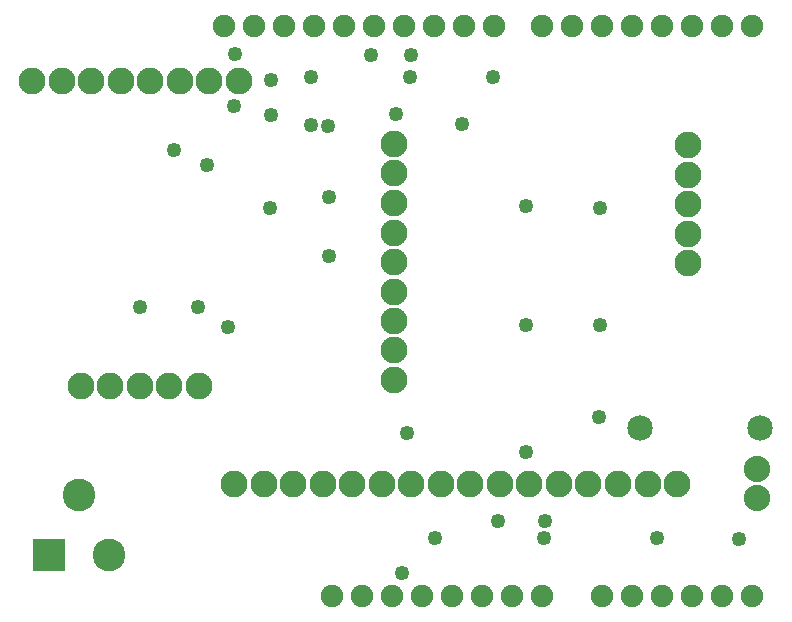
<source format=gts>
G04 MADE WITH FRITZING*
G04 WWW.FRITZING.ORG*
G04 DOUBLE SIDED*
G04 HOLES PLATED*
G04 CONTOUR ON CENTER OF CONTOUR VECTOR*
%ASAXBY*%
%FSLAX23Y23*%
%MOIN*%
%OFA0B0*%
%SFA1.0B1.0*%
%ADD10C,0.049370*%
%ADD11C,0.109000*%
%ADD12C,0.085000*%
%ADD13C,0.089370*%
%ADD14C,0.088000*%
%ADD15C,0.075278*%
%ADD16R,0.109000X0.109000*%
%LNMASK1*%
G90*
G70*
G54D10*
X1352Y642D03*
X1537Y1673D03*
X757Y996D03*
X781Y1906D03*
X462Y1063D03*
X576Y1587D03*
X1336Y177D03*
X1655Y351D03*
X1812Y351D03*
X1994Y697D03*
X1749Y579D03*
G54D11*
X359Y236D03*
X159Y236D03*
X259Y436D03*
G54D12*
X2531Y658D03*
X2131Y658D03*
G54D13*
X265Y799D03*
X364Y799D03*
X462Y799D03*
X560Y799D03*
X659Y799D03*
X2253Y473D03*
X2155Y473D03*
X2057Y473D03*
X1958Y473D03*
X1860Y473D03*
X1761Y473D03*
X1663Y473D03*
X1564Y473D03*
X1466Y473D03*
X1368Y473D03*
X1269Y473D03*
X1171Y473D03*
X1072Y473D03*
X974Y473D03*
X875Y473D03*
X777Y473D03*
X2289Y1209D03*
X2289Y1307D03*
X2289Y1406D03*
X2289Y1504D03*
X2289Y1603D03*
X1309Y1607D03*
X1309Y1508D03*
X1309Y1410D03*
X1309Y1311D03*
X1309Y1213D03*
X1309Y1114D03*
X1309Y1016D03*
X1309Y918D03*
X1309Y819D03*
X793Y1815D03*
X694Y1815D03*
X596Y1815D03*
X498Y1815D03*
X399Y1815D03*
X301Y1815D03*
X202Y1815D03*
X104Y1815D03*
G54D14*
X2521Y524D03*
X2521Y425D03*
G54D10*
X1749Y1004D03*
X1749Y1398D03*
X1446Y292D03*
X1809Y292D03*
X2186Y292D03*
X2461Y288D03*
X1092Y1429D03*
X1092Y1233D03*
X895Y1394D03*
X655Y1063D03*
X777Y1733D03*
X1234Y1902D03*
X1368Y1902D03*
X686Y1536D03*
X1091Y1667D03*
X1316Y1705D03*
X1364Y1831D03*
X1639Y1831D03*
X1998Y1394D03*
X1996Y1004D03*
X1033Y1831D03*
X1033Y1670D03*
X900Y1704D03*
X900Y1820D03*
G54D15*
X2103Y100D03*
X2203Y100D03*
X2303Y100D03*
X2403Y100D03*
X2503Y100D03*
X1643Y2000D03*
X1543Y2000D03*
X1443Y2000D03*
X1343Y2000D03*
X1243Y2000D03*
X1143Y2000D03*
X1043Y2000D03*
X943Y2000D03*
X843Y2000D03*
X743Y2000D03*
X2503Y2000D03*
X2403Y2000D03*
X2303Y2000D03*
X2203Y2000D03*
X2103Y2000D03*
X2003Y2000D03*
X1903Y2000D03*
X1803Y2000D03*
X1203Y100D03*
X1103Y100D03*
X1303Y100D03*
X1403Y100D03*
X1503Y100D03*
X1603Y100D03*
X1703Y100D03*
X1803Y100D03*
X2003Y100D03*
G54D16*
X159Y236D03*
G04 End of Mask1*
M02*
</source>
